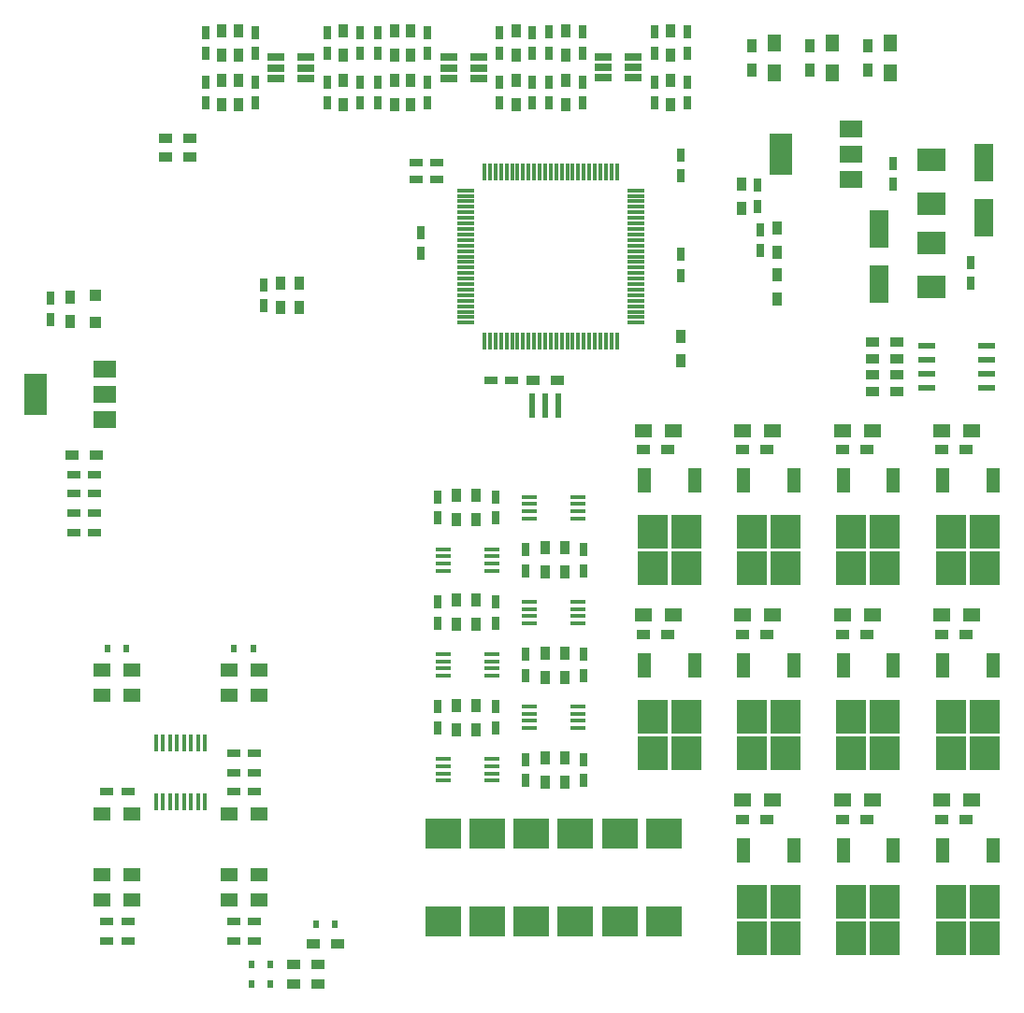
<source format=gbr>
G04 #@! TF.FileFunction,Paste,Top*
%FSLAX46Y46*%
G04 Gerber Fmt 4.6, Leading zero omitted, Abs format (unit mm)*
G04 Created by KiCad (PCBNEW 4.0.2-stable) date 07.03.2018 18:51:45*
%MOMM*%
G01*
G04 APERTURE LIST*
%ADD10C,0.100000*%
%ADD11R,0.750000X1.200000*%
%ADD12R,2.500000X2.000000*%
%ADD13R,1.200000X0.750000*%
%ADD14R,1.800000X3.500000*%
%ADD15R,1.300000X1.500000*%
%ADD16R,1.000000X1.000000*%
%ADD17R,1.500000X0.300000*%
%ADD18R,0.300000X1.500000*%
%ADD19R,1.200000X2.200000*%
%ADD20R,2.750000X3.050000*%
%ADD21R,1.550000X0.600000*%
%ADD22R,1.450000X0.450000*%
%ADD23R,0.600000X2.200000*%
%ADD24R,1.500000X1.300000*%
%ADD25R,1.200000X0.900000*%
%ADD26R,0.900000X1.200000*%
%ADD27R,2.000000X3.800000*%
%ADD28R,2.000000X1.500000*%
%ADD29R,0.410000X1.600000*%
%ADD30R,1.560000X0.650000*%
%ADD31R,3.200000X2.700000*%
%ADD32R,0.600000X0.800000*%
G04 APERTURE END LIST*
D10*
D11*
X96750000Y-113950000D03*
X96750000Y-112050000D03*
X94000000Y-116800000D03*
X94000000Y-118700000D03*
X102000000Y-113950000D03*
X102000000Y-112050000D03*
X88750000Y-116800000D03*
X88750000Y-118700000D03*
X94000000Y-97800000D03*
X94000000Y-99700000D03*
X96750000Y-104450000D03*
X96750000Y-102550000D03*
X88750000Y-97800000D03*
X88750000Y-99700000D03*
X102000000Y-104450000D03*
X102000000Y-102550000D03*
X96750000Y-123450000D03*
X96750000Y-121550000D03*
X94000000Y-107300000D03*
X94000000Y-109200000D03*
X102000000Y-123450000D03*
X102000000Y-121550000D03*
X88750000Y-107300000D03*
X88750000Y-109200000D03*
D12*
X133500000Y-78750000D03*
X133500000Y-74750000D03*
D11*
X137000000Y-78450000D03*
X137000000Y-76550000D03*
X130000000Y-67550000D03*
X130000000Y-69450000D03*
D12*
X133500000Y-67250000D03*
X133500000Y-71250000D03*
D13*
X70300000Y-136250000D03*
X72200000Y-136250000D03*
X60700000Y-136250000D03*
X58800000Y-136250000D03*
X70300000Y-138000000D03*
X72200000Y-138000000D03*
X60700000Y-138000000D03*
X58800000Y-138000000D03*
X70300000Y-122750000D03*
X72200000Y-122750000D03*
X72200000Y-124500000D03*
X70300000Y-124500000D03*
X58800000Y-124500000D03*
X60700000Y-124500000D03*
X70300000Y-121000000D03*
X72200000Y-121000000D03*
X57700000Y-95750000D03*
X55800000Y-95750000D03*
X57700000Y-97500000D03*
X55800000Y-97500000D03*
X55800000Y-99250000D03*
X57700000Y-99250000D03*
X55800000Y-101000000D03*
X57700000Y-101000000D03*
D11*
X73000000Y-80450000D03*
X73000000Y-78550000D03*
X118000000Y-75450000D03*
X118000000Y-73550000D03*
X117750000Y-69550000D03*
X117750000Y-71450000D03*
X53750000Y-79800000D03*
X53750000Y-81700000D03*
X81750000Y-62100000D03*
X81750000Y-60200000D03*
X81750000Y-55700000D03*
X81750000Y-57600000D03*
X111375000Y-62075000D03*
X111375000Y-60175000D03*
X111375000Y-55675000D03*
X111375000Y-57575000D03*
X78750000Y-60200000D03*
X78750000Y-62100000D03*
X78750000Y-57600000D03*
X78750000Y-55700000D03*
X108375000Y-60175000D03*
X108375000Y-62075000D03*
X108375000Y-57575000D03*
X108375000Y-55675000D03*
X67750000Y-55700000D03*
X67750000Y-57600000D03*
X67750000Y-62100000D03*
X67750000Y-60200000D03*
X98875000Y-55675000D03*
X98875000Y-57575000D03*
X98875000Y-62075000D03*
X98875000Y-60175000D03*
X72250000Y-57600000D03*
X72250000Y-55700000D03*
X72250000Y-60200000D03*
X72250000Y-62100000D03*
X101875000Y-57575000D03*
X101875000Y-55675000D03*
X101875000Y-60175000D03*
X101875000Y-62075000D03*
X97350000Y-62100000D03*
X97350000Y-60200000D03*
X97350000Y-55700000D03*
X97350000Y-57600000D03*
X94350000Y-60200000D03*
X94350000Y-62100000D03*
X94350000Y-57600000D03*
X94350000Y-55700000D03*
X83350000Y-55700000D03*
X83350000Y-57600000D03*
X83350000Y-62100000D03*
X83350000Y-60200000D03*
X87850000Y-57600000D03*
X87850000Y-55700000D03*
X87850000Y-60200000D03*
X87850000Y-62100000D03*
D13*
X88700000Y-69000000D03*
X86800000Y-69000000D03*
D11*
X87250000Y-73800000D03*
X87250000Y-75700000D03*
D13*
X93550000Y-87250000D03*
X95450000Y-87250000D03*
D11*
X110750000Y-77700000D03*
X110750000Y-75800000D03*
X110750000Y-66800000D03*
X110750000Y-68700000D03*
D13*
X88700000Y-67500000D03*
X86800000Y-67500000D03*
D14*
X128750000Y-73500000D03*
X128750000Y-78500000D03*
X138250000Y-67500000D03*
X138250000Y-72500000D03*
D15*
X129750000Y-56650000D03*
X129750000Y-59350000D03*
X124500000Y-56650000D03*
X124500000Y-59350000D03*
X119250000Y-56650000D03*
X119250000Y-59350000D03*
D16*
X57750000Y-82000000D03*
X57750000Y-79500000D03*
D17*
X91300000Y-70000000D03*
X91300000Y-70500000D03*
X91300000Y-71000000D03*
X91300000Y-71500000D03*
X91300000Y-72000000D03*
X91300000Y-72500000D03*
X91300000Y-73000000D03*
X91300000Y-73500000D03*
X91300000Y-74000000D03*
X91300000Y-74500000D03*
X91300000Y-75000000D03*
X91300000Y-75500000D03*
X91300000Y-76000000D03*
X91300000Y-76500000D03*
X91300000Y-77000000D03*
X91300000Y-77500000D03*
X91300000Y-78000000D03*
X91300000Y-78500000D03*
X91300000Y-79000000D03*
X91300000Y-79500000D03*
X91300000Y-80000000D03*
X91300000Y-80500000D03*
X91300000Y-81000000D03*
X91300000Y-81500000D03*
X91300000Y-82000000D03*
D18*
X93000000Y-83700000D03*
X93500000Y-83700000D03*
X94000000Y-83700000D03*
X94500000Y-83700000D03*
X95000000Y-83700000D03*
X95500000Y-83700000D03*
X96000000Y-83700000D03*
X96500000Y-83700000D03*
X97000000Y-83700000D03*
X97500000Y-83700000D03*
X98000000Y-83700000D03*
X98500000Y-83700000D03*
X99000000Y-83700000D03*
X99500000Y-83700000D03*
X100000000Y-83700000D03*
X100500000Y-83700000D03*
X101000000Y-83700000D03*
X101500000Y-83700000D03*
X102000000Y-83700000D03*
X102500000Y-83700000D03*
X103000000Y-83700000D03*
X103500000Y-83700000D03*
X104000000Y-83700000D03*
X104500000Y-83700000D03*
X105000000Y-83700000D03*
D17*
X106700000Y-82000000D03*
X106700000Y-81500000D03*
X106700000Y-81000000D03*
X106700000Y-80500000D03*
X106700000Y-80000000D03*
X106700000Y-79500000D03*
X106700000Y-79000000D03*
X106700000Y-78500000D03*
X106700000Y-78000000D03*
X106700000Y-77500000D03*
X106700000Y-77000000D03*
X106700000Y-76500000D03*
X106700000Y-76000000D03*
X106700000Y-75500000D03*
X106700000Y-75000000D03*
X106700000Y-74500000D03*
X106700000Y-74000000D03*
X106700000Y-73500000D03*
X106700000Y-73000000D03*
X106700000Y-72500000D03*
X106700000Y-72000000D03*
X106700000Y-71500000D03*
X106700000Y-71000000D03*
X106700000Y-70500000D03*
X106700000Y-70000000D03*
D18*
X105000000Y-68300000D03*
X104500000Y-68300000D03*
X104000000Y-68300000D03*
X103500000Y-68300000D03*
X103000000Y-68300000D03*
X102500000Y-68300000D03*
X102000000Y-68300000D03*
X101500000Y-68300000D03*
X101000000Y-68300000D03*
X100500000Y-68300000D03*
X100000000Y-68300000D03*
X99500000Y-68300000D03*
X99000000Y-68300000D03*
X98500000Y-68300000D03*
X98000000Y-68300000D03*
X97500000Y-68300000D03*
X97000000Y-68300000D03*
X96500000Y-68300000D03*
X96000000Y-68300000D03*
X95500000Y-68300000D03*
X95000000Y-68300000D03*
X94500000Y-68300000D03*
X94000000Y-68300000D03*
X93500000Y-68300000D03*
X93000000Y-68300000D03*
D19*
X121030000Y-129800000D03*
X116470000Y-129800000D03*
D20*
X117225000Y-137775000D03*
X120275000Y-134425000D03*
X120275000Y-137775000D03*
X117225000Y-134425000D03*
D19*
X130030000Y-129800000D03*
X125470000Y-129800000D03*
D20*
X126225000Y-137775000D03*
X129275000Y-134425000D03*
X129275000Y-137775000D03*
X126225000Y-134425000D03*
D19*
X121030000Y-113050000D03*
X116470000Y-113050000D03*
D20*
X117225000Y-121025000D03*
X120275000Y-117675000D03*
X120275000Y-121025000D03*
X117225000Y-117675000D03*
D19*
X139030000Y-129800000D03*
X134470000Y-129800000D03*
D20*
X135225000Y-137775000D03*
X138275000Y-134425000D03*
X138275000Y-137775000D03*
X135225000Y-134425000D03*
D21*
X133050000Y-84095000D03*
X133050000Y-85365000D03*
X133050000Y-86635000D03*
X133050000Y-87905000D03*
X138450000Y-87905000D03*
X138450000Y-86635000D03*
X138450000Y-85365000D03*
X138450000Y-84095000D03*
D19*
X139030000Y-113050000D03*
X134470000Y-113050000D03*
D20*
X135225000Y-121025000D03*
X138275000Y-117675000D03*
X138275000Y-121025000D03*
X135225000Y-117675000D03*
D19*
X130030000Y-113050000D03*
X125470000Y-113050000D03*
D20*
X126225000Y-121025000D03*
X129275000Y-117675000D03*
X129275000Y-121025000D03*
X126225000Y-117675000D03*
D19*
X112030000Y-96300000D03*
X107470000Y-96300000D03*
D20*
X108225000Y-104275000D03*
X111275000Y-100925000D03*
X111275000Y-104275000D03*
X108225000Y-100925000D03*
D19*
X130030000Y-96300000D03*
X125470000Y-96300000D03*
D20*
X126225000Y-104275000D03*
X129275000Y-100925000D03*
X129275000Y-104275000D03*
X126225000Y-100925000D03*
D19*
X139030000Y-96300000D03*
X134470000Y-96300000D03*
D20*
X135225000Y-104275000D03*
X138275000Y-100925000D03*
X138275000Y-104275000D03*
X135225000Y-100925000D03*
D19*
X112030000Y-113050000D03*
X107470000Y-113050000D03*
D20*
X108225000Y-121025000D03*
X111275000Y-117675000D03*
X111275000Y-121025000D03*
X108225000Y-117675000D03*
D19*
X121030000Y-96300000D03*
X116470000Y-96300000D03*
D20*
X117225000Y-104275000D03*
X120275000Y-100925000D03*
X120275000Y-104275000D03*
X117225000Y-100925000D03*
D22*
X97050000Y-107275000D03*
X97050000Y-107925000D03*
X97050000Y-108575000D03*
X97050000Y-109225000D03*
X101450000Y-109225000D03*
X101450000Y-108575000D03*
X101450000Y-107925000D03*
X101450000Y-107275000D03*
X93700000Y-123475000D03*
X93700000Y-122825000D03*
X93700000Y-122175000D03*
X93700000Y-121525000D03*
X89300000Y-121525000D03*
X89300000Y-122175000D03*
X89300000Y-122825000D03*
X89300000Y-123475000D03*
X93700000Y-104475000D03*
X93700000Y-103825000D03*
X93700000Y-103175000D03*
X93700000Y-102525000D03*
X89300000Y-102525000D03*
X89300000Y-103175000D03*
X89300000Y-103825000D03*
X89300000Y-104475000D03*
X97050000Y-97775000D03*
X97050000Y-98425000D03*
X97050000Y-99075000D03*
X97050000Y-99725000D03*
X101450000Y-99725000D03*
X101450000Y-99075000D03*
X101450000Y-98425000D03*
X101450000Y-97775000D03*
X97050000Y-116775000D03*
X97050000Y-117425000D03*
X97050000Y-118075000D03*
X97050000Y-118725000D03*
X101450000Y-118725000D03*
X101450000Y-118075000D03*
X101450000Y-117425000D03*
X101450000Y-116775000D03*
X93700000Y-113975000D03*
X93700000Y-113325000D03*
X93700000Y-112675000D03*
X93700000Y-112025000D03*
X89300000Y-112025000D03*
X89300000Y-112675000D03*
X89300000Y-113325000D03*
X89300000Y-113975000D03*
D23*
X98500000Y-89500000D03*
X99700000Y-89500000D03*
X97300000Y-89500000D03*
D24*
X119100000Y-125250000D03*
X116400000Y-125250000D03*
D25*
X118600000Y-127000000D03*
X116400000Y-127000000D03*
D24*
X128100000Y-125250000D03*
X125400000Y-125250000D03*
D25*
X127600000Y-127000000D03*
X125400000Y-127000000D03*
D24*
X119100000Y-108500000D03*
X116400000Y-108500000D03*
D25*
X118600000Y-110250000D03*
X116400000Y-110250000D03*
D24*
X137100000Y-125250000D03*
X134400000Y-125250000D03*
D25*
X136600000Y-127000000D03*
X134400000Y-127000000D03*
X130350000Y-85250000D03*
X128150000Y-85250000D03*
X130350000Y-83750000D03*
X128150000Y-83750000D03*
X130350000Y-88250000D03*
X128150000Y-88250000D03*
X130350000Y-86750000D03*
X128150000Y-86750000D03*
D24*
X137100000Y-108500000D03*
X134400000Y-108500000D03*
D25*
X136600000Y-110250000D03*
X134400000Y-110250000D03*
D24*
X128100000Y-108500000D03*
X125400000Y-108500000D03*
D25*
X127600000Y-110250000D03*
X125400000Y-110250000D03*
D24*
X110100000Y-91750000D03*
X107400000Y-91750000D03*
D25*
X109600000Y-93500000D03*
X107400000Y-93500000D03*
D24*
X128100000Y-91750000D03*
X125400000Y-91750000D03*
D25*
X127600000Y-93500000D03*
X125400000Y-93500000D03*
D24*
X137100000Y-91750000D03*
X134400000Y-91750000D03*
D25*
X136600000Y-93500000D03*
X134400000Y-93500000D03*
D24*
X110100000Y-108500000D03*
X107400000Y-108500000D03*
D25*
X109600000Y-110250000D03*
X107400000Y-110250000D03*
D24*
X119100000Y-91750000D03*
X116400000Y-91750000D03*
D25*
X118600000Y-93500000D03*
X116400000Y-93500000D03*
D26*
X100250000Y-111900000D03*
X100250000Y-114100000D03*
X98500000Y-114100000D03*
X98500000Y-111900000D03*
X90500000Y-118850000D03*
X90500000Y-116650000D03*
X92250000Y-116650000D03*
X92250000Y-118850000D03*
X90500000Y-99850000D03*
X90500000Y-97650000D03*
X92250000Y-97650000D03*
X92250000Y-99850000D03*
X100250000Y-102400000D03*
X100250000Y-104600000D03*
X98500000Y-104600000D03*
X98500000Y-102400000D03*
X100250000Y-121400000D03*
X100250000Y-123600000D03*
X98500000Y-123600000D03*
X98500000Y-121400000D03*
X90500000Y-109350000D03*
X90500000Y-107150000D03*
X92250000Y-107150000D03*
X92250000Y-109350000D03*
X127750000Y-59100000D03*
X127750000Y-56900000D03*
X122500000Y-59100000D03*
X122500000Y-56900000D03*
X117250000Y-59100000D03*
X117250000Y-56900000D03*
D24*
X72600000Y-132000000D03*
X69900000Y-132000000D03*
X58400000Y-132000000D03*
X61100000Y-132000000D03*
X72600000Y-134250000D03*
X69900000Y-134250000D03*
X72600000Y-126500000D03*
X69900000Y-126500000D03*
X58400000Y-134250000D03*
X61100000Y-134250000D03*
X58400000Y-126500000D03*
X61100000Y-126500000D03*
X72600000Y-113500000D03*
X69900000Y-113500000D03*
X58400000Y-113500000D03*
X61100000Y-113500000D03*
X69900000Y-115750000D03*
X72600000Y-115750000D03*
X61100000Y-115750000D03*
X58400000Y-115750000D03*
D25*
X55650000Y-94000000D03*
X57850000Y-94000000D03*
D26*
X76250000Y-80600000D03*
X76250000Y-78400000D03*
X74500000Y-80600000D03*
X74500000Y-78400000D03*
D25*
X64150000Y-65250000D03*
X66350000Y-65250000D03*
X64150000Y-67000000D03*
X66350000Y-67000000D03*
D26*
X119500000Y-79850000D03*
X119500000Y-77650000D03*
X119500000Y-75600000D03*
X119500000Y-73400000D03*
X116250000Y-69400000D03*
X116250000Y-71600000D03*
X55500000Y-81850000D03*
X55500000Y-79650000D03*
X80250000Y-60050000D03*
X80250000Y-62250000D03*
X80250000Y-57750000D03*
X80250000Y-55550000D03*
X109875000Y-60025000D03*
X109875000Y-62225000D03*
X109875000Y-57725000D03*
X109875000Y-55525000D03*
X69250000Y-55550000D03*
X69250000Y-57750000D03*
X69250000Y-62250000D03*
X69250000Y-60050000D03*
X70750000Y-57750000D03*
X70750000Y-55550000D03*
X70750000Y-60050000D03*
X70750000Y-62250000D03*
X100375000Y-57725000D03*
X100375000Y-55525000D03*
X100375000Y-60025000D03*
X100375000Y-62225000D03*
X95850000Y-60050000D03*
X95850000Y-62250000D03*
X95850000Y-57750000D03*
X95850000Y-55550000D03*
X84850000Y-55550000D03*
X84850000Y-57750000D03*
X84850000Y-62250000D03*
X84850000Y-60050000D03*
X86350000Y-57750000D03*
X86350000Y-55550000D03*
X86350000Y-60050000D03*
X86350000Y-62250000D03*
D25*
X97400000Y-87250000D03*
X99600000Y-87250000D03*
D26*
X110800000Y-85400000D03*
X110800000Y-83200000D03*
D27*
X119850000Y-66750000D03*
D28*
X126150000Y-66750000D03*
X126150000Y-64450000D03*
X126150000Y-69050000D03*
D29*
X67722500Y-120095700D03*
X67087500Y-120095700D03*
X66452500Y-120095700D03*
X65817500Y-120095700D03*
X65182500Y-120095700D03*
X64547500Y-120095700D03*
X63912500Y-120095700D03*
X63277500Y-120095700D03*
X63277500Y-125404300D03*
X63912500Y-125404300D03*
X64547500Y-125404300D03*
X65182500Y-125404300D03*
X65817500Y-125404300D03*
X66452500Y-125404300D03*
X67087500Y-125404300D03*
X67722500Y-125404300D03*
D30*
X76850000Y-59850000D03*
X76850000Y-58900000D03*
X76850000Y-57950000D03*
X74150000Y-57950000D03*
X74150000Y-59850000D03*
X74150000Y-58900000D03*
X106475000Y-59825000D03*
X106475000Y-58875000D03*
X106475000Y-57925000D03*
X103775000Y-57925000D03*
X103775000Y-59825000D03*
X103775000Y-58875000D03*
X92450000Y-59850000D03*
X92450000Y-58900000D03*
X92450000Y-57950000D03*
X89750000Y-57950000D03*
X89750000Y-59850000D03*
X89750000Y-58900000D03*
D27*
X52350000Y-88500000D03*
D28*
X58650000Y-88500000D03*
X58650000Y-86200000D03*
X58650000Y-90800000D03*
D31*
X89250000Y-136200000D03*
X89250000Y-128300000D03*
X105250000Y-136200000D03*
X105250000Y-128300000D03*
X97250000Y-136200000D03*
X97250000Y-128300000D03*
X109250000Y-136200000D03*
X109250000Y-128300000D03*
X101250000Y-136200000D03*
X101250000Y-128300000D03*
X93250000Y-136200000D03*
X93250000Y-128300000D03*
D32*
X71950000Y-141900000D03*
X73650000Y-141900000D03*
X71950000Y-140100000D03*
X73650000Y-140100000D03*
X79450000Y-136500000D03*
X77750000Y-136500000D03*
X70350000Y-111500000D03*
X72050000Y-111500000D03*
X60550000Y-111500000D03*
X58850000Y-111500000D03*
D25*
X75700000Y-141900000D03*
X77900000Y-141900000D03*
X75700000Y-140100000D03*
X77900000Y-140100000D03*
X77500000Y-138300000D03*
X79700000Y-138300000D03*
M02*

</source>
